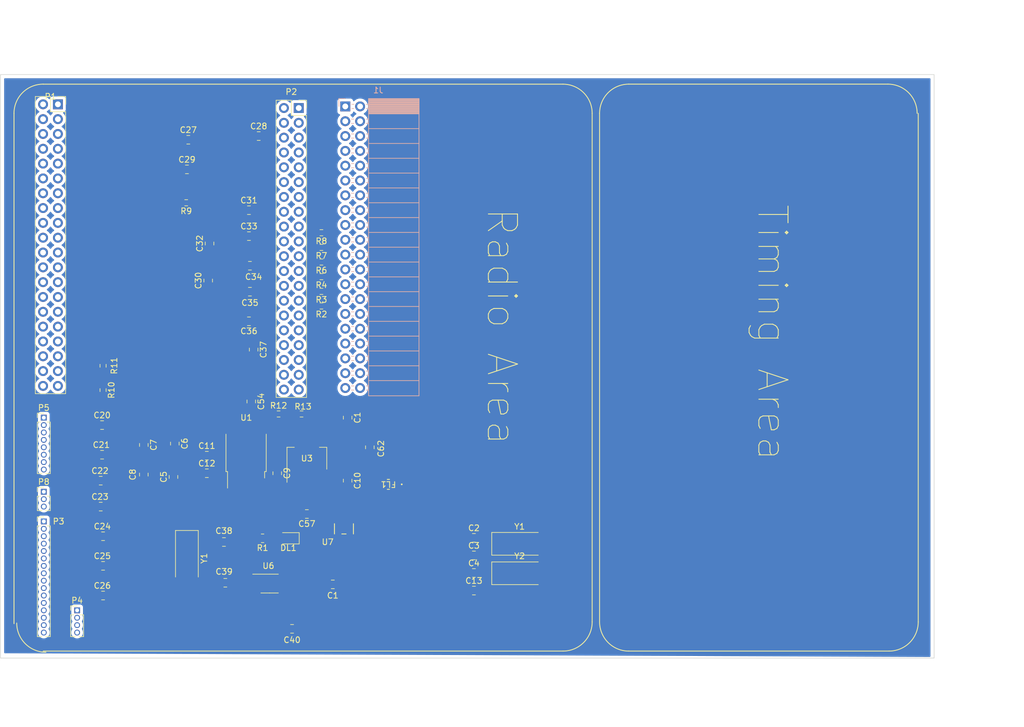
<source format=kicad_pcb>
(kicad_pcb (version 20221018) (generator pcbnew)
  (layers (0 "F.Cu" signal) (1 "In1.Cu" signal) (2 "In2.Cu" signal) (31 "B.Cu" signal) (34 "B.Paste" user) (35 "F.Paste" user) (36 "B.SilkS" user "B.Silkscreen") (37 "F.SilkS" user "F.Silkscreen") (38 "B.Mask" user) (39 "F.Mask" user) (44 "Edge.Cuts" user))
  (net 0 "")
  (net 1 "GND")
  (net 2 "VDD")
  (net 3 "+1V8")
  (net 4 "Net-(P3-Pin_4)")
  (net 5 "Net-(P3-Pin_2)")
  (net 6 "Net-(U3-VI)")
  (net 7 "Net-(P3-Pin_3)")
  (net 8 "Net-(P3-Pin_10)")
  (net 9 "ATT DATA")
  (net 10 "ATT CLK")
  (net 11 "ATT LE")
  (net 12 "Net-(P3-Pin_15)")
  (net 13 "Net-(P3-Pin_16)")
  (net 14 "XB")
  (net 15 "XA")
  (net 16 "Net-(U6-VDDO)")
  (net 17 "Net-(P3-Pin_5)")
  (net 58 "GPIO29")
  (net 59 "D15")
  (net 60 "GPIO28")
  (net 61 "D14")
  (net 62 "GPIO27")
  (net 63 "D13")
  (net 64 "GPIO26")
  (net 65 "D12")
  (net 66 "GPIO25")
  (net 67 "D11")
  (net 68 "GPIO24")
  (net 69 "D10")
  (net 70 "GPIO23")
  (net 71 "D9")
  (net 72 "GPIO22")
  (net 73 "D8")
  (net 74 "GPIO21")
  (net 75 "D7")
  (net 76 "GPIO20")
  (net 77 "D6")
  (net 78 "GPIO19")
  (net 79 "D5")
  (net 80 "GPIO18")
  (net 81 "D4")
  (net 82 "GPIO17")
  (net 83 "D3")
  (net 84 "D2")
  (net 85 "PCLK")
  (net 86 "D1")
  (net 87 "D0")
  (net 88 "I2C SDA")
  (net 89 "I2C SCL")
  (net 90 "+5C")
  (net 95 "Net-(U7-IN)")
  (net 96 "REF CLK")
  (net 97 "CLK0")
  (net 98 "CLK_Option")
  (net 99 "Net-(DL1-A)")
  (net 101 "Net-(J2-Pin_39)")
  (net 102 "Net-(J1-Pin_39)")
  (footprint "Capacitor_SMD:C_0805_2012Metric_Pad1.18x1.45mm_HandSolder" (layer "F.Cu") (at 102.2275 122.91)
    (fp_text reference "C39" (at -0.21 -1.905) (layer "F.SilkS"))
    (fp_text value "? pF")
    (pad "1" smd roundrect (at -1.0375 0) (size 1.175 1.45) (layers "F.Cu" "F.Paste" "F.Mask") (roundrect_rratio 0.212766) (net 15 "XA"))
    (pad "2" smd roundrect (at 1.0375 0) (size 1.175 1.45) (layers "F.Cu" "F.Paste" "F.Mask") (roundrect_rratio 0.212766) (net 1 "GND"))
  )
  (footprint "MPZ2012S601AT000:IND_2012_TDK" (layer "F.Cu") (at 130.175 106.045 180)
    (fp_text reference "FL1" (at 0 0 180 unlocked) (layer "F.SilkS"))
    (fp_text value "MPZ2012S601AT")
    (pad "1" smd rect (at -0.975 0 180) (size 0.95 1.45) (layers "F.Cu" "F.Paste" "F.Mask") (net 95 "Net-(U7-IN)"))
    (pad "2" smd rect (at 0.975 0 180) (size 0.95 1.45) (layers "F.Cu" "F.Paste" "F.Mask") (net 1 "GND"))
  )
  (footprint "Capacitor_SMD:C_0805_2012Metric_Pad1.18x1.45mm_HandSolder" (layer "F.Cu") (at 113.665 130.81 180)
    (fp_text reference "C40" (at 0 -1.905) (layer "F.SilkS"))
    (fp_text value "1 nF")
    (pad "1" smd roundrect (at -1.0375 0 180) (size 1.175 1.45) (layers "F.Cu" "F.Paste" "F.Mask") (roundrect_rratio 0.212766) (net 1 "GND"))
    (pad "2" smd roundrect (at 1.0375 0 180) (size 1.175 1.45) (layers "F.Cu" "F.Paste" "F.Mask") (roundrect_rratio 0.212766) (net 16 "Net-(U6-VDDO)"))
  )
  (footprint "Capacitor_SMD:C_0805_2012Metric_Pad1.18x1.45mm_HandSolder" (layer "F.Cu") (at 95.885 46.99)
    (fp_text reference "C27" (at 0 -1.68) (layer "F.SilkS"))
    (fp_text value "100pf")
    (pad "1" smd roundrect (at -1.0375 0) (size 1.175 1.45) (layers "F.Cu" "F.Paste" "F.Mask") (roundrect_rratio 0.212766) (net 5 "Net-(P3-Pin_2)"))
    (pad "2" smd roundrect (at 1.0375 0) (size 1.175 1.45) (layers "F.Cu" "F.Paste" "F.Mask") (roundrect_rratio 0.212766) (net 1 "GND"))
  )
  (footprint "Package_TO_SOT_SMD:SOT-223-3_TabPin2" (layer "F.Cu") (at 116.205 101.6 90)
    (fp_text reference "U3" (at 0 0) (layer "F.SilkS"))
    (fp_text value "AP7361C-33E")
    (pad "1" smd rect (at -3.15 -2.3 90) (size 2 1.5) (layers "F.Cu" "F.Paste" "F.Mask") (net 6 "Net-(U3-VI)"))
    (pad "2" smd rect (at -3.15 0 90) (size 2 1.5) (layers "F.Cu" "F.Paste" "F.Mask") (net 1 "GND"))
    (pad "2" smd rect (at 3.15 0 90) (size 2 3.8) (layers "F.Cu" "F.Paste" "F.Mask") (net 1 "GND"))
    (pad "3" smd rect (at -3.15 2.3 90) (size 2 1.5) (layers "F.Cu" "F.Paste" "F.Mask") (net 2 "VDD"))
  )
  (footprint "Capacitor_SMD:C_0805_2012Metric_Pad1.18x1.45mm_HandSolder" (layer "F.Cu") (at 99.06 101.13)
    (fp_text reference "C11" (at 0 -1.68) (layer "F.SilkS"))
    (fp_text value "100nF")
    (pad "1" smd roundrect (at -1.0375 0) (size 1.175 1.45) (layers "F.Cu" "F.Paste" "F.Mask") (roundrect_rratio 0.212766) (net 2 "VDD"))
    (pad "2" smd roundrect (at 1.0375 0) (size 1.175 1.45) (layers "F.Cu" "F.Paste" "F.Mask") (roundrect_rratio 0.212766) (net 1 "GND"))
  )
  (footprint "Connector_PinHeader_1.27mm:PinHeader_1x16_P1.27mm_Vertical" (layer "F.Cu") (at 71.12 112.395)
    (fp_text reference "P3" (at 2.54 0) (layer "F.SilkS"))
    (fp_text value "Conn_01x16" hide)
    (pad "1" thru_hole rect (at 0 0) (size 1 1) (drill 0.65) (layers "*.Cu" "*.Mask") (net 90 "+5C"))
    (pad "2" thru_hole oval (at 0 1.27) (size 1 1) (drill 0.65) (layers "*.Cu" "*.Mask") (net 5 "Net-(P3-Pin_2)"))
    (pad "3" thru_hole oval (at 0 2.54) (size 1 1) (drill 0.65) (layers "*.Cu" "*.Mask") (net 7 "Net-(P3-Pin_3)"))
    (pad "4" thru_hole oval (at 0 3.81) (size 1 1) (drill 0.65) (layers "*.Cu" "*.Mask") (net 4 "Net-(P3-Pin_4)"))
    (pad "5" thru_hole oval (at 0 5.08) (size 1 1) (drill 0.65) (layers "*.Cu" "*.Mask") (net 17 "Net-(P3-Pin_5)"))
    (pad "6" thru_hole oval (at 0 6.35) (size 1 1) (drill 0.65) (layers "*.Cu" "*.Mask") (net 9 "ATT DATA"))
    (pad "7" thru_hole oval (at 0 7.62) (size 1 1) (drill 0.65) (layers "*.Cu" "*.Mask") (net 10 "ATT CLK"))
    (pad "8" thru_hole oval (at 0 8.89) (size 1 1) (drill 0.65) (layers "*.Cu" "*.Mask") (net 11 "ATT LE"))
    (pad "9" thru_hole oval (at 0 10.16) (size 1 1) (drill 0.65) (layers "*.Cu" "*.Mask") (net 17 "Net-(P3-Pin_5)"))
    (pad "10" thru_hole oval (at 0 11.43) (size 1 1) (drill 0.65) (layers "*.Cu" "*.Mask") (net 8 "Net-(P3-Pin_10)"))
    (pad "11" thru_hole oval (at 0 12.7) (size 1 1) (drill 0.65) (layers "*.Cu" "*.Mask") (net 1 "GND"))
    (pad "12" thru_hole oval (at 0 13.97) (size 1 1) (drill 0.65) (layers "*.Cu" "*.Mask"))
    (pad "13" thru_hole oval (at 0 15.24) (size 1 1) (drill 0.65) (layers "*.Cu" "*.Mask"))
    (pad "14" thru_hole oval (at 0 16.51) (size 1 1) (drill 0.65) (layers "*.Cu" "*.Mask") (net 1 "GND"))
    (pad "15" thru_hole oval (at 0 17.78) (size 1 1) (drill 0.65) (layers "*.Cu" "*.Mask") (net 12 "Net-(P3-Pin_15)"))
    (pad "16" thru_hole oval (at 0 19.05) (size 1 1) (drill 0.65) (layers "*.Cu" "*.Mask") (net 13 "Net-(P3-Pin_16)"))
  )
  (footprint "Capacitor_SMD:C_0805_2012Metric_Pad1.18x1.45mm_HandSolder" (layer "F.Cu") (at 144.8325 121.235)
    (fp_text reference "C4" (at 0 -1.68) (layer "F.SilkS"))
    (fp_text value "? pF")
    (pad "1" smd roundrect (at -1.0375 0) (size 1.175 1.45) (layers "F.Cu" "F.Paste" "F.Mask") (roundrect_rratio 0.212766) (net 1 "GND"))
    (pad "2" smd roundrect (at 1.0375 0) (size 1.175 1.45) (layers "F.Cu" "F.Paste" "F.Mask") (roundrect_rratio 0.212766) (net 14 "XB"))
  )
  (footprint "Capacitor_SMD:C_0805_2012Metric_Pad1.18x1.45mm_HandSolder" (layer "F.Cu") (at 99.2925 71.12 90)
    (fp_text reference "C30" (at 0 -1.68 90) (layer "F.SilkS"))
    (fp_text value "100pf")
    (pad "1" smd roundrect (at -1.0375 0 90) (size 1.175 1.45) (layers "F.Cu" "F.Paste" "F.Mask") (roundrect_rratio 0.212766) (net 17 "Net-(P3-Pin_5)"))
    (pad "2" smd roundrect (at 1.0375 0 90) (size 1.175 1.45) (layers "F.Cu" "F.Paste" "F.Mask") (roundrect_rratio 0.212766) (net 1 "GND"))
  )
  (footprint "Capacitor_SMD:C_0805_2012Metric_Pad1.18x1.45mm_HandSolder" (layer "F.Cu") (at 80.8775 109.855)
    (fp_text reference "C23" (at -0.1275 -1.68) (layer "F.SilkS"))
    (fp_text value "100pf")
    (pad "1" smd roundrect (at -1.0375 0) (size 1.175 1.45) (layers "F.Cu" "F.Paste" "F.Mask") (roundrect_rratio 0.212766) (net 17 "Net-(P3-Pin_5)"))
    (pad "2" smd roundrect (at 1.0375 0) (size 1.175 1.45) (layers "F.Cu" "F.Paste" "F.Mask") (roundrect_rratio 0.212766) (net 1 "GND"))
  )
  (footprint "Crystal:Crystal_SMD_0603-2Pin_6.0x3.5mm_HandSoldering" (layer "F.Cu") (at 152.6625 116.235)
    (fp_text reference "Y1" (at 0 -2.95) (layer "F.SilkS"))
    (fp_text value "27 MHz")
    (pad "1" smd rect (at -2.9125 0) (size 3.325 2.5) (layers "F.Cu" "F.Paste" "F.Mask") (net 14 "XB"))
    (pad "2" smd rect (at 2.9125 0) (size 3.325 2.5) (layers "F.Cu" "F.Paste" "F.Mask") (net 15 "XA"))
  )
  (footprint "Capacitor_SMD:C_0805_2012Metric_Pad1.18x1.45mm_HandSolder" (layer "F.Cu") (at 120.65 123.19 180)
    (fp_text reference "C1" (at 0 -1.905) (layer "F.SilkS"))
    (fp_text value "0.1uF")
    (pad "1" smd roundrect (at -1.0375 0 180) (size 1.175 1.45) (layers "F.Cu" "F.Paste" "F.Mask") (roundrect_rratio 0.212766) (net 101 "Net-(J2-Pin_39)"))
    (pad "2" smd roundrect (at 1.0375 0 180) (size 1.175 1.45) (layers "F.Cu" "F.Paste" "F.Mask") (roundrect_rratio 0.212766) (net 1 "GND"))
  )
  (footprint "Capacitor_SMD:C_0805_2012Metric_Pad1.18x1.45mm_HandSolder" (layer "F.Cu") (at 80.8775 105.41)
    (fp_text reference "C22" (at -0.1275 -1.68) (layer "F.SilkS"))
    (fp_text value "100pf")
    (pad "1" smd roundrect (at -1.0375 0) (size 1.175 1.45) (layers "F.Cu" "F.Paste" "F.Mask") (roundrect_rratio 0.212766) (net 5 "Net-(P3-Pin_2)"))
    (pad "2" smd roundrect (at 1.0375 0) (size 1.175 1.45) (layers "F.Cu" "F.Paste" "F.Mask") (roundrect_rratio 0.212766) (net 1 "GND"))
  )
  (footprint "Resistor_SMD:R_0603_1608Metric_Pad0.98x0.95mm_HandSolder" (layer "F.Cu") (at 118.7 75.475 180)
    (fp_text reference "R2" (at 0 -1.43) (layer "F.SilkS"))
    (fp_text value "1k")
    (pad "1" smd roundrect (at -0.9125 0 180) (size 0.975 0.95) (layers "F.Cu" "F.Paste" "F.Mask") (net 78 "GPIO19"))
    (pad "2" smd roundrect (at 0.9125 0 180) (size 0.975 0.95) (layers "F.Cu" "F.Paste" "F.Mask") (net 8 "Net-(P3-Pin_10)"))
  )
  (footprint "Capacitor_SMD:C_0805_2012Metric_Pad1.18x1.45mm_HandSolder" (layer "F.Cu") (at 81.28 120.015)
    (fp_text reference "C25" (at -0.1275 -1.68) (layer "F.SilkS"))
    (fp_text value "100pf")
    (pad "1" smd roundrect (at -1.0375 0) (size 1.175 1.45) (layers "F.Cu" "F.Paste" "F.Mask") (roundrect_rratio 0.212766) (net 17 "Net-(P3-Pin_5)"))
    (pad "2" smd roundrect (at 1.0375 0) (size 1.175 1.45) (layers "F.Cu" "F.Paste" "F.Mask") (roundrect_rratio 0.212766) (net 1 "GND"))
  )
  (footprint "Connector_PinHeader_1.27mm:PinHeader_1x04_P1.27mm_Vertical" (layer "F.Cu") (at 76.835 127.635)
    (fp_text reference "P4" (at 0 -1.695) (layer "F.SilkS"))
    (fp_text value "Conn_01x04" hide)
    (pad "1" thru_hole rect (at 0 0) (size 1 1) (drill 0.65) (layers "*.Cu" "*.Mask") (net 12 "Net-(P3-Pin_15)"))
    (pad "2" thru_hole oval (at 0 1.27) (size 1 1) (drill 0.65) (layers "*.Cu" "*.Mask") (net 13 "Net-(P3-Pin_16)"))
    (pad "3" thru_hole oval (at 0 2.54) (size 1 1) (drill 0.65) (layers "*.Cu" "*.Mask"))
    (pad "4" thru_hole oval (at 0 3.81) (size 1 1) (drill 0.65) (layers "*.Cu" "*.Mask") (net 1 "GND"))
  )
  (footprint "Capacitor_SMD:C_0805_2012Metric_Pad1.18x1.45mm_HandSolder" (layer "F.Cu") (at 99.06 104.14)
    (fp_text reference "C12" (at 0 -1.68) (layer "F.SilkS"))
    (fp_text value "1uF")
    (pad "1" smd roundrect (at -1.0375 0) (size 1.175 1.45) (layers "F.Cu" "F.Paste" "F.Mask") (roundrect_rratio 0.212766) (net 2 "VDD"))
    (pad "2" smd roundrect (at 1.0375 0) (size 1.175 1.45) (layers "F.Cu" "F.Paste" "F.Mask") (roundrect_rratio 0.212766) (net 1 "GND"))
  )
  (footprint "Connector_PinSocket_2.54mm:PinSocket_2x20_P2.54mm_Vertical" (layer "F.Cu") (at 114.8125 41.55)
    (fp_text reference "P2" (at -1.27 -2.77) (layer "F.SilkS"))
    (fp_text value "2x20-Odd/Even" hide)
    (pad "1" thru_hole rect (at 0 0) (size 1.7 1.7) (drill 1) (layers "*.Cu" "*.Mask"))
    (pad "2" thru_hole oval (at -2.54 0) (size 1.7 1.7) (drill 1) (layers "*.Cu" "*.Mask"))
    (pad "3" thru_hole oval (at 0 2.54) (size 1.7 1.7) (drill 1) (layers "*.Cu" "*.Mask") (net 90 "+5C"))
    (pad "4" thru_hole oval (at -2.54 2.54) (size 1.7 1.7) (drill 1) (layers "*.Cu" "*.Mask") (net 90 "+5C"))
    (pad "5" thru_hole oval (at 0 5.08) (size 1.7 1.7) (drill 1) (layers "*.Cu" "*.Mask") (net 1 "GND"))
    (pad "6" thru_hole oval (at -2.54 5.08) (size 1.7 1.7) (drill 1) (layers "*.Cu" "*.Mask") (net 1 "GND"))
    (pad "7" thru_hole oval (at 0 7.62) (size 1.7 1.7) (drill 1) (layers "*.Cu" "*.Mask") (net 58 "GPIO29"))
    (pad "8" thru_hole oval (at -2.54 7.62) (size 1.7 1.7) (drill 1) (layers "*.Cu" "*.Mask") (net 59 "D15"))
    (pad "9" thru_hole oval (at 0 10.16) (size 1.7 1.7) (drill 1) (layers "*.Cu" "*.Mask") (net 60 "GPIO28"))
    (pad "10" thru_hole oval (at -2.54 10.16) (size 1.7 1.7) (drill 1) (layers "*.Cu" "*.Mask") (net 61 "D14"))
    (pad "11" thru_hole oval (at 0 12.7) (size 1.7 1.7) (drill 1) (layers "*.Cu" "*.Mask") (net 62 "GPIO27"))
    (pad "12" thru_hole oval (at -2.54 12.7) (size 1.7 1.7) (drill 1) (layers "*.Cu" "*.Mask") (net 63 "D13"))
    (pad "13" thru_hole oval (at 0 15.24) (size 1.7 1.7) (drill 1) (layers "*.Cu" "*.Mask") (net 64 "GPIO26"))
    (pad "14" thru_hole oval (at -2.54 15.24) (size 1.7 1.7) (drill 1) (layers "*.Cu" "*.Mask") (net 65 "D12"))
    (pad "15" thru_hole oval (at 0 17.78) (size 1.7 1.7) (drill 1) (layers "*.Cu" "*.Mask") (net 66 "GPIO25"))
    (pad "16" thru_hole oval (at -2.54 17.78) (size 1.7 1.7) (drill 1) (layers "*.Cu" "*.Mask") (net 67 "D11"))
    (pad "17" thru_hole oval (at 0 20.32) (size 1.7 1.7) (drill 1) (layers "*.Cu" "*.Mask") (net 68 "GPIO24"))
    (pad "18" thru_hole oval (at -2.54 20.32) (size 1.7 1.7) (drill 1) (layers "*.Cu" "*.Mask") (net 69 "D10"))
    (pad "19" thru_hole oval (at 0 22.86) (size 1.7 1.7) (drill 1) (layers "*.Cu" "*.Mask") (net 70 "GPIO23"))
    (pad "20" thru_hole oval (at -2.54 22.86) (size 1.7 1.7) (drill 1) (layers "*.Cu" "*.Mask") (net 71 "D9"))
    (pad "21" thru_hole oval (at 0 25.4) (size 1.7 1.7) (drill 1) (layers "*.Cu" "*.Mask") (net 72 "GPIO22"))
    (pad "22" thru_hole oval (at -2.54 25.4) (size 1.7 1.7) (drill 1) (layers "*.Cu" "*.Mask") (net 73 "D8"))
    (pad "23" thru_hole oval (at 0 27.94) (size 1.7 1.7) (drill 1) (layers "*.Cu" "*.Mask") (net 74 "GPIO21"))
    (pad "24" thru_hole oval (at -2.54 27.94) (size 1.7 1.7) (drill 1) (layers "*.Cu" "*.Mask") (net 75 "D7"))
    (pad "25" thru_hole oval (at 0 30.48) (size 1.7 1.7) (drill 1) (layers "*.Cu" "*.Mask") (net 76 "GPIO20"))
    (pad "26" thru_hole oval (at -2.54 30.48) (size 1.7 1.7) (drill 1) (layers "*.Cu" "*.Mask") (net 77 "D6"))
    (pad "27" thru_hole oval (at 0 33.02) (size 1.7 1.7) (drill 1) (layers "*.Cu" "*.Mask") (net 78 "GPIO19"))
    (pad "28" thru_hole oval (at -2.54 33.02) (size 1.7 1.7) (drill 1) (layers "*.Cu" "*.Mask") (net 79 "D5"))
    (pad "29" thru_hole oval (at 0 35.56) (size 1.7 1.7) (drill 1) (layers "*.Cu" "*.Mask") (net 80 "GPIO18"))
    (pad "30" thru_hole oval (at -2.54 35.56) (size 1.7 1.7) (drill 1) (layers "*.Cu" "*.Mask") (net 81 "D4"))
    (pad "31" thru_hole oval (at 0 38.1) (size 1.7 1.7) (drill 1) (layers "*.Cu" "*.Mask") (net 82 "GPIO17"))
    (pad "32" thru_hole oval (at -2.54 38.1) (size 1.7 1.7) (drill 1) (layers "*.Cu" "*.Mask") (net 83 "D3"))
    (pad "33" thru_hole oval (at 0 40.64) (size 1.7 1.7) (drill 1) (layers "*.Cu" "*.Mask") (net 1 "GND"))
    (pad "34" thru_hole oval (at -2.54 40.64) (size 1.7 1.7) (drill 1) (layers "*.Cu" "*.Mask") (net 84 "D2"))
    (pad "35" thru_hole oval (at 0 43.18) (size 1.7 1.7) (drill 1) (layers "*.Cu" "*.Mask") (net 85 "PCLK"))
    (pad "36" thru_hole oval (at -2.54 43.18) (size 1.7 1.7) (drill 1) (layers "*.Cu" "*.Mask") (net 86 "D1"))
    (pad "37" thru_hole oval (at 0 45.72) (size 1.7 1.7) (drill 1) (layers "*.Cu" "*.Mask") (net 1 "GND"))
    (pad "38" thru_hole oval (at -2.54 45.72) (size 1.7 1.7) (drill 1) (layers "*.Cu" "*.Mask") (net 87 "D0"))
    (pad "39" thru_hole oval (at 0 48.26) (size 1.7 1.7) (drill 1) (layers "*.Cu" "*.Mask") (net 88 "I2C SDA"))
    (pad "40" thru_hole oval (at -2.54 48.26) (size 1.7 1.7) (drill 1) (layers "*.Cu" "*.Mask") (net 89 "I2C SCL"))
  )
  (footprint "Diode_SMD:D_0805_2012Metric_Pad1.15x1.40mm_HandSolder" (layer "F.Cu") (at 113.035 115.29 180)
    (fp_text reference "DL1" (at 0 -1.65) (layer "F.SilkS"))
    (fp_text value "Power")
    (pad "1" smd roundrect (at -1.025 0 180) (size 1.15 1.4) (layers "F.Cu" "F.Paste" "F.Mask") (roundrect_rratio 0.217391) (net 1 "GND"))
    (pad "2" smd roundrect (at 1.025 0 180) (size 1.15 1.4) (layers "F.Cu" "F.Paste" "F.Mask") (roundrect_rratio 0.217391) (net 99 "Net-(DL1-A)"))
  )
  (footprint "Capacitor_SMD:C_0805_2012Metric_Pad1.18x1.45mm_HandSolder" (layer "F.Cu") (at 123.19 94.615 -90)
    (fp_text reference "C1" (at 0 -1.68 90) (layer "F.SilkS"))
    (fp_text value "0.1uF")
    (pad "1" smd roundrect (at -1.0375 0 270) (size 1.175 1.45) (layers "F.Cu" "F.Paste" "F.Mask") (roundrect_rratio 0.212766) (net 102 "Net-(J1-Pin_39)"))
    (pad "2" smd roundrect (at 1.0375 0 270) (size 1.175 1.45) (layers "F.Cu" "F.Paste" "F.Mask") (roundrect_rratio 0.212766) (net 1 "GND"))
  )
  (footprint "Resistor_SMD:R_0603_1608Metric_Pad0.98x0.95mm_HandSolder" (layer "F.Cu") (at 81.28 89.8925 -90)
    (fp_text reference "R10" (at 0 -1.43 90) (layer "F.SilkS"))
    (fp_text value "1k")
    (pad "1" smd roundrect (at -0.9125 0 270) (size 0.975 0.95) (layers "F.Cu" "F.Paste" "F.Mask") (net 64 "GPIO26"))
    (pad "2" smd roundrect (at 0.9125 0 270) (size 0.975 0.95) (layers "F.Cu" "F.Paste" "F.Mask") (net 7 "Net-(P3-Pin_3)"))
  )
  (footprint "Package_TO_SOT_SMD:TO-252-3_TabPin2" (layer "F.Cu") (at 105.79 100.55 90)
    (fp_text reference "U1" (at 5.935 0.035) (layer "F.SilkS"))
    (fp_text value "AMS1117CD-1.8")
    (pad "1" smd roundrect (at -5.04 -2.28 90) (size 2.2 1.2) (layers "F.Cu" "F.Paste" "F.Mask") (roundrect_rratio 0.208333) (net 1 "GND"))
    (pad "2" smd roundrect (at -5.04 0 90) (size 2.2 1.2) (layers "F.Cu" "F.Paste" "F.Mask") (roundrect_rratio 0.208333) (net 3 "+1V8"))
    (pad "2" smd roundrect (at -0.415 -1.525 90) (size 3.05 2.75) (layers "F.Cu" "F.Paste") (roundrect_rratio 0.090909) (net 3 "+1V8"))
    (pad "2" smd roundrect (at -0.415 1.525 90) (size 3.05 2.75) (layers "F.Cu" "F.Paste") (roundrect_rratio 0.090909) (net 3 "+1V8"))
    (pad "2" smd roundrect (at 1.26 0 90) (size 6.4 5.8) (layers "F.Cu" "F.Mask") (roundrect_rratio 0.043103) (net 3 "+1V8"))
    (pad "2" smd roundrect (at 2.935 -1.525 90) (size 3.05 2.75) (layers "F.Cu" "F.Paste") (roundrect_rratio 0.090909) (net 3 "+1V8"))
    (pad "2" smd roundrect (at 2.935 1.525 90) (size 3.05 2.75) (layers "F.Cu" "F.Paste") (roundrect_rratio 0.090909) (net 3 "+1V8"))
    (pad "3" smd roundrect (at -5.04 2.28 90) (size 2.2 1.2) (layers "F.Cu" "F.Paste" "F.Mask") (roundrect_rratio 0.208333) (net 2 "VDD"))
  )
  (footprint "Capacitor_SMD:C_0805_2012Metric_Pad1.18x1.45mm_HandSolder" (layer "F.Cu") (at 81.28 125.095)
    (fp_text reference "C26" (at -0.1275 -1.68) (layer "F.SilkS"))
    (fp_text value "100pf")
    (pad "1" smd roundrect (at -1.0375 0) (size 1.175 1.45) (layers "F.Cu" "F.Paste" "F.Mask") (roundrect_rratio 0.212766) (net 8 "Net-(P3-Pin_10)"))
    (pad "2" smd roundrect (at 1.0375 0) (size 1.175 1.45) (layers "F.Cu" "F.Paste" "F.Mask") (roundrect_rratio 0.212766) (net 1 "GND"))
  )
  (footprint "Resistor_SMD:R_0603_1608Metric_Pad0.98x0.95mm_HandSolder" (layer "F.Cu") (at 111.3575 93.98)
    (fp_text reference "R12" (at 0 -1.43) (layer "F.SilkS"))
    (fp_text value "100")
    (pad "1" smd roundrect (at -0.9125 0) (size 0.975 0.95) (layers "F.Cu" "F.Paste" "F.Mask") (net 89 "I2C SCL"))
    (pad "2" smd roundrect (at 0.9125 0) (size 0.975 0.95) (layers "F.Cu" "F.Paste" "F.Mask") (net 13 "Net-(P3-Pin_16)"))
  )
  (footprint "Capacitor_SMD:C_0805_2012Metric_Pad1.18x1.45mm_HandSolder" (layer "F.Cu") (at 144.8325 124.245)
    (fp_text reference "C13" (at 0 -1.68) (layer "F.SilkS"))
    (fp_text value "? pF")
    (pad "1" smd roundrect (at -1.0375 0) (size 1.175 1.45) (layers "F.Cu" "F.Paste" "F.Mask") (roundrect_rratio 0.212766) (net 15 "XA"))
    (pad "2" smd roundrect (at 1.0375 0) (size 1.175 1.45) (layers "F.Cu" "F.Paste" "F.Mask") (roundrect_rratio 0.212766) (net 1 "GND"))
  )
  (footprint "NCP360SNT1G:TSOP5_3X1P5_ONS" (layer "F.Cu") (at 122.555 113.665 -90)
    (fp_text reference "U7" (at 2.26 2.78 unlocked) (layer "F.SilkS"))
    (fp_text value "NCP360SNT1G")
    (pad "1" smd rect (at -1.30175 -0.9398 270) (size 1.1049 0.508) (layers "F.Cu" "F.Paste" "F.Mask") (net 95 "Net-(U7-IN)"))
    (pad "2" smd rect (at -1.30175 0 270) (size 1.1049 0.508) (layers "F.Cu" "F.Paste" "F.Mask") (net 1 "GND"))
    (pad "3" smd rect (at -1.30175 0.9398 270) (size 1.1049 0.508) (layers "F.Cu" "F.Paste" "F.Mask") (net 1 "GND"))
    (pad "4" smd rect (at 1.30175 0.9525 270) (size 1.1049 0.508) (layers "F.Cu" "F.Paste" "F.Mask"))
    (pad "5" smd rect (at 1.30175 -0.9525 270) (size 1.1049 0.508) (layers "F.Cu" "F.Paste" "F.Mask") (net 6 "Net-(U3-VI)"))
  )
  (footprint "Capacitor_SMD:C_0805_2012Metric_Pad1.18x1.45mm_HandSolder" (layer "F.Cu") (at 111.125 104.14 -90)
    (fp_text reference "C9" (at 0 -1.68 90) (layer "F.SilkS"))
    (fp_text value "10uF")
    (pad "1" smd roundrect (at -1.0375 0 270) (size 1.175 1.45) (layers "F.Cu" "F.Paste" "F.Mask") (roundrect_rratio 0.212766) (net 6 "Net-(U3-VI)"))
    (pad "2" smd roundrect (at 1.0375 0 270) (size 1.175 1.45) (layers "F.Cu" "F.Paste" "F.Mask") (roundrect_rratio 0.212766) (net 1 "GND"))
  )
  (footprint "Capacitor_SMD:C_0805_2012Metric_Pad1.18x1.45mm_HandSolder" (layer "F.Cu") (at 106.4475 68.58)
    (fp_text reference "C34" (at 0.635 1.905) (layer "F.SilkS"))
    (fp_text value "100pf")
    (pad "1" smd roundrect (at -1.0375 0) (size 1.175 1.45) (layers "F.Cu" "F.Paste" "F.Mask") (roundrect_rratio 0.212766) (net 17 "Net-(P3-Pin_5)"))
    (pad "2" smd roundrect (at 1.0375 0) (size 1.175 1.45) (layers "F.Cu" "F.Paste" "F.Mask") (roundrect_rratio 0.212766) (net 1 "GND"))
  )
  (footprint "Capacitor_SMD:C_0805_2012Metric_Pad1.18x1.45mm_HandSolder" (layer "F.Cu") (at 127 99.695 90)
    (fp_text reference "C62" (at -0.2325 1.905 90) (layer "F.SilkS"))
    (fp_text value "1u")
    (pad "1" smd roundrect (at -1.0375 0 90) (size 1.175 1.45) (layers "F.Cu" "F.Paste" "F.Mask") (roundrect_rratio 0.212766) (net 6 "Net-(U3-VI)"))
    (pad "2" smd roundrect (at 1.0375 0 90) (size 1.175 1.45) (layers "F.Cu" "F.Paste" "F.Mask") (roundrect_rratio 0.212766) (net 1 "GND"))
  )
  (footprint "Resistor_SMD:R_0603_1608Metric_Pad0.98x0.95mm_HandSolder" (layer "F.Cu") (at 81.28 85.725 90)
    (fp_text reference "R11" (at 0 1.905 90) (layer "F.SilkS"))
    (fp_text value "1k")
    (pad "1" smd roundrect (at -0.9125 0 90) (size 0.975 0.95) (layers "F.Cu" "F.Paste" "F.Mask") (net 62 "GPIO27"))
    (pad "2" smd roundrect (at 0.9125 0 90) (size 0.975 0.95) (layers "F.Cu" "F.Paste" "F.Mask") (net 5 "Net-(P3-Pin_2)"))
  )
  (footprint "Capacitor_SMD:C_0805_2012Metric_Pad1.18x1.45mm_HandSolder" (layer "F.Cu") (at 107.95 46.355)
    (fp_text reference "C28" (at 0 -1.68) (layer "F.SilkS"))
    (fp_text value "100pf")
    (pad "1" smd roundrect (at -1.0375 0) (size 1.175 1.45) (layers "F.Cu" "F.Paste" "F.Mask") (roundrect_rratio 0.212766) (net 7 "Net-(P3-Pin_3)"))
    (pad "2" smd roundrect (at 1.0375 0) (size 1.175 1.45) (layers "F.Cu" "F.Paste" "F.Mask") (roundrect_rratio 0.212766) (net 1 "GND"))
  )
  (footprint "Resistor_SMD:R_0805_2012Metric_Pad1.20x1.40mm_HandSolder" (layer "F.Cu") (at 108.615 115.29 180)
    (fp_text reference "R1" (at 0 -1.65) (layer "F.SilkS"))
    (fp_text value "1k2")
    (pad "1" smd roundrect (at -1 0 180) (size 1.2 1.4) (layers "F.Cu" "F.Paste" "F.Mask") (roundrect_rratio 0.208333) (net 99 "Net-(DL1-A)"))
    (pad "2" smd roundrect (at 1 0 180) (size 1.2 1.4) (layers "F.Cu" "F.Paste" "F.Mask") (roundrect_rratio 0.208333) (net 2 "VDD"))
  )
  (footprint "Capacitor_SMD:C_0805_2012Metric_Pad1.18x1.45mm_HandSolder" (layer "F.Cu") (at 81.11 100.965)
    (fp_text reference "C21" (at -0.1275 -1.68) (layer "F.SilkS"))
    (fp_text value "100pf")
    (pad "1" smd roundrect (at -1.0375 0) (size 1.175 1.45) (layers "F.Cu" "F.Paste" "F.Mask") (roundrect_rratio 0.212766) (net 4 "Net-(P3-Pin_4)"))
    (pad "2" smd roundrect (at 1.0375 0) (size 1.175 1.45) (layers "F.Cu" "F.Paste" "F.Mask") (roundrect_rratio 0.212766) (net 1 "GND"))
  )
  (footprint "Capacitor_SMD:C_0805_2012Metric_Pad1.18x1.45mm_HandSolder" (layer "F.Cu") (at 106.68 91.8425 -90)
    (fp_text reference "C54" (at 0 -1.68 90) (layer "F.SilkS"))
    (fp_text value "100pf")
    (pad "1" smd roundrect (at -1.0375 0 270) (size 1.175 1.45) (layers "F.Cu" "F.Paste" "F.Mask") (roundrect_rratio 0.212766) (net 1 "GND"))
    (pad "2" smd roundrect (at 1.0375 0 270) (size 1.175 1.45) (layers "F.Cu" "F.Paste" "F.Mask") (roundrect_rratio 0.212766) (net 13 "Net-(P3-Pin_16)"))
  )
  (footprint "Capacitor_SMD:C_0805_2012Metric_Pad1.18x1.45mm_HandSolder" (layer "F.Cu") (at 144.8325 118.225)
    (fp_text reference "C3" (at 0 -1.68) (layer "F.SilkS"))
    (fp_text value "? pF")
    (pad "1" smd roundrect (at -1.0375 0) (size 1.175 1.45) (layers "F.Cu" "F.Paste" "F.Mask") (roundrect_rratio 0.212766) (net 15 "XA"))
    (pad "2" smd roundrect (at 1.0375 0) (size 1.175 1.45) (layers "F.Cu" "F.Paste" "F.Mask") (roundrect_rratio 0.212766) (net 1 "GND"))
  )
  (footprint "Capacitor_SMD:C_0805_2012Metric_Pad1.18x1.45mm_HandSolder" (layer "F.Cu") (at 95.6525 52.07)
    (fp_text reference "C29" (at 0 -1.68) (layer "F.SilkS"))
    (fp_text value "100pf")
    (pad "1" smd roundrect (at -1.0375 0) (size 1.175 1.45) (layers "F.Cu" "F.Paste" "F.Mask") (roundrect_rratio 0.212766) (net 4 "Net-(P3-Pin_4)"))
    (pad "2" smd roundrect (at 1.0375 0) (size 1.175 1.45) (layers "F.Cu" "F.Paste" "F.Mask") (roundrect_rratio 0.212766) (net 1 "GND"))
  )
  (footprint "Resistor_SMD:R_0603_1608Metric_Pad0.98x0.95mm_HandSolder" (layer "F.Cu") (at 118.7 72.965 180)
    (fp_text reference "R3" (at 0 -1.43) (layer "F.SilkS"))
    (fp_text value "10k")
    (pad "1" smd roundrect (at -0.9125 0 180) (size 0.975 0.95) (layers "F.Cu" "F.Paste" "F.Mask") (net 76 "GPIO20"))
    (pad "2" smd roundrect (at 0.9125 0 180) (size 0.975 0.95) (layers "F.Cu" "F.Paste" "F.Mask") (net 17 "Net-(P3-Pin_5)"))
  )
  (footprint "Crystal:Crystal_SMD_0603-2Pin_6.0x3.5mm_HandSoldering" (layer "F.Cu") (at 95.645 118.7275 -90)
    (fp_text reference "Y1" (at 0 -2.95 90) (layer "F.SilkS"))
    (fp_text value "27 MHz")
    (pad "1" smd rect (at -2.9125 0 270) (size 3.325 2.5) (layers "F.Cu" "F.Paste" "F.Mask") (net 14 "XB"))
    (pad "2" smd rect (at 2.9125 0 270) (size 3.325 2.5) (layers "F.Cu" "F.Paste" "F.Mask") (net 15 "XA"))
  )
  (footprint "Capacitor_SMD:C_0805_2012Metric_Pad1.18x1.45mm_HandSolder" (layer "F.Cu") (at 106.2775 63.5)
    (fp_text reference "C33" (at 0 -1.68) (layer "F.SilkS"))
    (fp_text value "100pf")
    (pad "1" smd roundrect (at -1.0375 0) (size 1.175 1.45) (layers "F.Cu" "F.Paste" "F.Mask") (roundrect_rratio 0.212766) (net 11 "ATT LE"))
    (pad "2" smd roundrect (at 1.0375 0) (size 1.175 1.45) (layers "F.Cu" "F.Paste" "F.Mask") (roundrect_rratio 0.212766) (net 1 "GND"))
  )
  (footprint "Capacitor_SMD:C_0805_2012Metric_Pad1.18x1.45mm_HandSolder" (layer "F.Cu") (at 93.5775 99.06 -90)
    (fp_text reference "C6" (at 0 -1.68 90) (layer "F.SilkS"))
    (fp_text value "100nF")
    (pad "1" smd roundrect (at -1.0375 0 270) (size 1.175 1.45) (layers "F.Cu" "F.Paste" "F.Mask") (roundrect_rratio 0.212766) (net 3 "+1V8"))
    (pad "2" smd roundrect (at 1.0375 0 270) (size 1.175 1.45) (layers "F.Cu" "F.Paste" "F.Mask") (roundrect_rratio 0.212766) (net 1 "GND"))
  )
  (footprint "Capacitor_SMD:C_0805_2012Metric_Pad1.18x1.45mm_HandSolder" (layer "F.Cu") (at 99.525 64.77 90)
    (fp_text reference "C32" (at 0 -1.68 90) (layer "F.SilkS"))
    (fp_text value "100pf")
    (pad "1" smd roundrect (at -1.0375 0 90) (size 1.175 1.45) (layers "F.Cu" "F.Paste" "F.Mask") (roundrect_rratio 0.212766) (net 10 "ATT CLK"))
    (pad "2" smd roundrect (at 1.0375 0 90) (size 1.175 1.45) (layers "F.Cu" "F.Paste" "F.Mask") (roundrect_rratio 0.212766) (net 1 "GND"))
  )
  (footprint "Resistor_SMD:R_0603_1608Metric_Pad0.98x0.95mm_HandSolder" (layer "F.Cu") (at 118.7 62.925 180)
    (fp_text reference "R8" (at 0 -1.43) (layer "F.SilkS"))
    (fp_text value "1k")
    (pad "1" smd roundrect (at -0.9125 0 180) (size 0.975 0.95) (layers "F.Cu" "F.Paste" "F.Mask") (net 68 "GPIO24"))
    (pad "2" smd roundrect (at 0.9125 0 180) (size 0.975 0.95) (layers "F.Cu" "F.Paste" "F.Mask") (net 17 "Net-(P3-Pin_5)"))
  )
  (footprint "Capacitor_SMD:C_0805_2012Metric_Pad1.18x1.45mm_HandSolder" (layer "F.Cu") (at 101.995 115.925 180)
    (fp_text reference "C38" (at 0 1.905) (layer "F.SilkS"))
    (fp_text value "? pF")
    (pad "1" smd roundrect (at -1.0375 0 180) (size 1.175 1.45) (layers "F.Cu" "F.Paste" "F.Mask") (roundrect_rratio 0.212766) (net 1 "GND"))
    (pad "2" smd roundrect (at 1.0375 0 180) (size 1.175 1.45) (layers "F.Cu" "F.Paste" "F.Mask") (roundrect_rratio 0.212766) (net 14 "XB"))
  )
  (footprint "Connector_PinSocket_2.54mm:PinSocket_2x20_P2.54mm_Vertical" (layer "F.Cu") (at 73.5375 40.915)
    (fp_text reference "P1" (at -1.27 -1.33) (layer "F.SilkS"))
    (fp_text value "2x20-Odd/Even" hide)
    (pad "1" thru_hole rect (at 0 0) (size 1.7 1.7) (drill 1) (layers "*.Cu" "*.Mask"))
    (pad "2" thru_hole oval (at -2.54 0) (size 1.7 1.7) (drill 1) (layers "*.Cu" "*.Mask"))
    (pad "3" thru_hole oval (at 0 2.54) (size 1.7 1.7) (drill 1) (layers "*.Cu" "*.Mask"))
    (pad "4" thru_hole oval (at -2.54 2.54) (size 1.7 1.7) (drill 1) (layers "*.Cu" "*.Mask"))
    (pad "5" thru_hole oval (at 0 5.08) (size 1.7 1.7) (drill 1) (layers "*.Cu" "*.Mask"))
    (pad "6" thru_hole oval (at -2.54 5.08) (size 1.7 1.7) (drill 1) (layers "*.Cu" "*.Mask"))
    (pad "7" thru_hole oval (at 0 7.62) (size 1.7 1.7) (drill 1) (layers "*.Cu" "*.Mask"))
    (pad "8" thru_hole oval (at -2.54 7.62) (size 1.7 1.7) (drill 1) (layers "*.Cu" "*.Mask"))
    (pad "9" thru_hole oval (at 0 10.16) (size 1.7 1.7) (drill 1) (layers "*.Cu" "*.Mask"))
    (pad "10" thru_hole oval (at -2.54 10.16) (size 1.7 1.7) (drill 1) (layers "*.Cu" "*.Mask"))
    (pad "11" thru_hole oval (at 0 12.7) (size 1.7 1.7) (drill 1) (layers "*.Cu" "*.Mask"))
    (pad "12" thru_hole oval (at -2.54 12.7) (size 1.7 1.7) (drill 1) (layers "*.Cu" "*.Mask"))
    (pad "13" thru_hole oval (at 0 15.24) (size 1.7 1.7) (drill 1) (layers "*.Cu" "*.Mask"))
    (pad "14" thru_hole oval (at -2.54 15.24) (size 1.7 1.7) (drill 1) (layers "*.Cu" "*.Mask"))
    (pad "15" thru_hole oval (at 0 17.78) (size 1.7 1.7) (drill 1) (layers "*.Cu" "*.Mask"))
    (pad "16" thru_hole oval (at -2.54 17.78) (size 1.7 1.7) (drill 1) (layers "*.Cu" "*.Mask"))
    (pad "17" thru_hole oval (at 0 20.32) (size 1.7 1.7) (drill 1) (layers "*.Cu" "*.Mask"))
    (pad "18" thru_hole oval (at -2.54 20.32) (size 1.7 1.7) (drill 1) (layers "*.Cu" "*.Mask"))
    (pad "19" thru_hole oval (at 0 22.86) (size 1.7 1.7) (drill 1) (layers "*.Cu" "*.Mask"))
    (pad "20" thru_hole oval (at -2.54 22.86) (size 1.7 1.7) (drill 1) (layers "*.Cu" "*.Mask"))
    (pad "21" thru_hole oval (at 0 25.4) (size 1.7 1.7) (drill 1) (layers "*.Cu" "*.Mask"))
    (pad "22" thru_hole oval (at -2.54 25.4) (size 1.7 1.7) (drill 1) (layers "*.Cu" "*.Mask"))
    (pad "23" thru_hole oval (at 0 27.94) (size 1.7 1.7) (drill 1) (layers "*.Cu" "*.Mask"))
    (pad "24" thru_hole oval (at -2.54 27.94) (size 1.7 1.7) (drill 1) (layers "*.Cu" "*.Mask"))
    (pad "25" thru_hole oval (at 0 30.48) (size 1.7 1.7) (drill 1) (layers "*.Cu" "*.Mask"))
    (pad "26" thru_hole oval (at -2.54 30.48) (size 1.7 1.7) (drill 1) (layers "*.Cu" "*.Mask"))
    (pad "27" thru_hole oval (at 0 33.02) (size 1.7 1.7) (drill 1) (layers "*.Cu" "*.Mask"))
    (pad "28" thru_hole oval (at -2.54 33.02) (size 1.7 1.7) (drill 1) (layers "*.Cu" "*.Mask"))
    (pad "29" thru_hole oval (at 0 35.56) (size 1.7 1.7) (drill 1) (layers "*.Cu" "*.Mask"))
    (pad "30" thru_hole oval (at -2.54 35.56) (size 1.7 1.7) (drill 1) (layers "*.Cu" "*.Mask"))
    (pad "31" thru_hole oval (at 0 38.1) (size 1.7 1.7) (drill 1) (layers "*.Cu" "*.Mask"))
    (pad "32" thru_hole oval (at -2.54 38.1) (size 1.7 1.7) (drill 1) (layers "*.Cu" "*.Mask"))
    (pad "33" thru_hole oval (at 0 40.64) (size 1.7 1.7) (drill 1) (layers "*.Cu" "*.Mask"))
    (pad "34" thru_hole oval (at -2.54 40.64) (size 1.7 1.7) (drill 1) (layers "*.Cu" "*.Mask"))
    (pad "35" thru_hole oval (at 0 43.18) (size 1.7 1.7) (drill 1) (layers "*.Cu" "*.Mask"))
    (pad "36" thru_hole oval (at -2.54 43.18) (size 1.7 1.7) (drill 1) (layers "*.Cu" "*.Mask"))
    (pad "37" thru_hole oval (at 0 45.72) (size 1.7 1.7) (drill 1) (layers "*.Cu" "*.Mask"))
    (pad "38" thru_hole oval (at -2.54 45.72) (size 1.7 1.7) (drill 1) (layers "*.Cu" "*.Mask"))
    (pad "39" thru_hole oval (at 0 48.26) (size 1.7 1.7) (drill 1) (layers "*.Cu" "*.Mask") (net 1 "GND"))
    (pad "40" thru_hole oval (at -2.54 48.26) (size 1.7 1.7) (drill 1) (layers "*.Cu" "*.Mask") (net 1 "GND"))
  )
  (footprint "Capacitor_SMD:C_0805_2012Metric_Pad1.18x1.45mm_HandSolder" (layer "F.Cu") (at 116.205 111.125 180)
    (fp_text reference "C57" (at 0 -1.68) (layer "F.SilkS"))
    (fp_text value "1u")
    (pad "1" smd roundrect (at -1.0375 0 180) (size 1.175 1.45) (layers "F.Cu" "F.Paste" "F.Mask") (roundrect_rratio 0.212766) (net 95 "Net-(U7-IN)"))
    (pad "2" smd roundrect (at 1.0375 0 180) (size 1.175 1.45) (layers "F.Cu" "F.Paste" "F.Mask") (roundrect_rratio 0.212766) (net 1 "GND"))
  )
  (footprint "Resistor_SMD:R_0603_1608Metric_Pad0.98x0.95mm_HandSolder" (layer "F.Cu") (at 118.7 70.455 180)
    (fp_text reference "R4" (at 0 -1.43) (layer "F.SilkS"))
    (fp_text value "1k")
    (pad "1" smd roundrect (at -0.9125 0 180) (size 0.975 0.95) (layers "F.Cu" "F.Paste" "F.Mask") (net 74 "GPIO21"))
    (pad "2" smd roundrect (at 0.9125 0 180) (size 0.975 0.95) (layers "F.Cu" "F.Paste" "F.Mask") (net 11 "ATT LE"))
  )
  (footprint "Capacitor_SMD:C_0805_2012Metric_Pad1.18x1.45mm_HandSolder" (layer "F.Cu") (at 81.11 95.885)
    (fp_text reference "C20" (at 0 -1.68) (layer "F.SilkS"))
    (fp_text value "100pf")
    (pad "1" smd roundrect (at -1.0375 0) (size 1.175 1.45) (layers "F.Cu" "F.Paste" "F.Mask") (roundrect_rratio 0.212766) (net 1 "GND"))
    (pad "2" smd roundrect (at 1.0375 0) (size 1.175 1.45) (layers "F.Cu" "F.Paste" "F.Mask") (roundrect_rratio 0.212766) (net 12 "Net-(P3-Pin_15)"))
  )
  (footprint "Capacitor_SMD:C_0805_2012Metric_Pad1.18x1.45mm_HandSolder" (layer "F.Cu") (at 144.8325 115.215)
    (fp_text reference "C2" (at 0 -1.68) (layer "F.SilkS"))
    (fp_text value "? pF")
    (pad "1" smd roundrect (at -1.0375 0) (size 1.175 1.45) (layers "F.Cu" "F.Paste" "F.Mask") (roundrect_rratio 0.212766) (net 1 "GND"))
    (pad "2" smd roundrect (at 1.0375 0) (size 1.175 1.45) (layers "F.Cu" "F.Paste" "F.Mask") (roundrect_rratio 0.212766) (net 14 "XB"))
  )
  (footprint "Capacitor_SMD:C_0805_2012Metric_Pad1.18x1.45mm_HandSolder" (layer "F.Cu") (at 81.28 114.935)
    (fp_text reference "C24" (at -0.1275 -1.68) (layer "F.SilkS"))
    (fp_text value "100pf")
    (pad "1" smd roundrect (at -1.0375 0) (size 1.175 1.45) (layers "F.Cu" "F.Paste" "F.Mask") (roundrect_rratio 0.212766) (net 7 "Net-(P3-Pin_3)"))
    (pad "2" smd roundrect (at 1.0375 0) (size 1.175 1.45) (layers "F.Cu" "F.Paste" "F.Mask") (roundrect_rratio 0.212766) (net 1 "GND"))
  )
  (footprint "Capacitor_SMD:C_0805_2012Metric_Pad1.18x1.45mm_HandSolder" (layer "F.Cu") (at 88.265 104.3725 90)
    (fp_text reference "C8" (at 0 -1.905 90) (layer "F.SilkS"))
    (fp_text value "1uF")
    (pad "1" smd roundrect (at -1.0375 0 90) (size 1.175 1.45) (layers "F.Cu" "F.Paste" "F.Mask") (roundrect_rratio 0.212766) (net 2 "VDD"))
    (pad "2" smd roundrect (at 1.0375 0 90) (size 1.175 1.45) (layers "F.Cu" "F.Paste" "F.Mask") (roundrect_rratio 0.212766) (net 1 "GND"))
  )
  (footprint "Resistor_SMD:R_0603_1608Metric_Pad0.98x0.95mm_HandSolder" (layer "F.Cu") (at 118.7 65.435 180)
    (fp_text reference "R7" (at 0 -1.43) (layer "F.SilkS"))
    (fp_text value "1k")
    (pad "1" smd roundrect (at -0.9125 0 180) (size 0.975 0.95) (layers "F.Cu" "F.Paste" "F.Mask") (net 70 "GPIO23"))
    (pad "2" smd roundrect (at 0.9125 0 180) (size 0.975 0.95) (layers "F.Cu" "F.Paste" "F.Mask") (net 9 "ATT DATA"))
  )
  (footprint "Crystal:Crystal_SMD_0603-2Pin_6.0x3.5mm_HandSoldering" (layer "F.Cu") (at 152.6625 121.285)
    (fp_text reference "Y2" (at 0 -2.95) (layer "F.SilkS"))
    (fp_text value "27 MHz")
    (pad "1" smd rect (at -2.9125 0) (size 3.325 2.5) (layers "F.Cu" "F.Paste" "F.Mask") (net 14 "XB"))
    (pad "2" smd rect (at 2.9125 0) (size 3.325 2.5) (layers "F.Cu" "F.Paste" "F.Mask") (net 15 "XA"))
  )
  (footprint "Capacitor_SMD:C_0805_2012Metric_Pad1.18x1.45mm_HandSolder" (layer "F.Cu") (at 106.2775 59.055)
    (fp_text reference "C31" (at 0 -1.68) (layer "F.SilkS"))
    (fp_text value "100pf")
    (pad "1" smd roundrect (at -1.0375 0) (size 1.175 1.45) (layers "F.Cu" "F.Paste" "F.Mask") (roundrect_rratio 0.212766) (net 9 "ATT DATA"))
    (pad "2" smd roundrect (at 1.0375 0) (size 1.175 1.45) (layers "F.Cu" "F.Paste" "F.Mask") (roundrect_rratio 0.212766) (net 1 "GND"))
  )
  (footprint "Resistor_SMD:R_0603_1608Metric_Pad0.98x0.95mm_HandSolder" (layer "F.Cu") (at 118.7 67.945 180)
    (fp_text reference "R6" (at 0 -1.43) (layer "F.SilkS"))
    (fp_text value "1k")
    (pad "1" smd roundrect (at -0.9125 0 180) (size 0.975 0.95) (layers "F.Cu" "F.Paste" "F.Mask") (net 72 "GPIO22"))
    (pad "2" smd roundrect (at 0.9125 0 180) (size 0.975 0.95) (layers "F.Cu" "F.Paste" "F.Mask") (net 10 "ATT CLK"))
  )
  (footprint "Capacitor_SMD:C_0805_2012Metric_Pad1.18x1.45mm_HandSolder" (layer "F.Cu") (at 107.0825 82.9525 -90)
    (fp_text reference "C37" (at 0 -1.68 90) (layer "F.SilkS"))
    (fp_text value "100pf")
    (pad "1" smd roundrect (at -1.0375 0 270) (size 1.175 1.45) (layers "F.Cu" "F.Paste" "F.Mask") (roundrect_rratio 0.212766) (net 12 "Net-(P3-Pin_15)"))
    (pad "2" smd roundrect (at 1.0375 0 270) (size 1.175 1.45) (layers "F.Cu" "F.Paste" "F.Mask") (roundrect_rratio 0.212766) (net 1 "GND"))
  )
  (footprint "Package_SO:MSOP-10-1EP_3x3mm_P0.5mm_EP1.73x1.98mm" (layer "F.Cu") (at 109.82 123.05)
    (fp_text reference "U6" (at -0.205 -3.035) (layer "F.SilkS"))
    (fp_text value "SI5351A-B-GT")
    (pad "1" smd roundrect (at -2.1625 -1) (size 1.475 0.3) (layers "F.Cu" "F.Paste" "F.Mask") (net 2 "VDD"))
    (pad "2" smd roundrect (at -2.1625 -0.5) (size 1.475 0.3) (layers "F.Cu" "F.Paste" "F.Mask") (net 15 "XA"))
    (pad "3" smd roundrect (at -2.1625 0) (size 1.475 0.3) (layers "F.Cu" "F.Paste" "F.Mask") (net 14 "XB"))
    (pad "4" smd roundrect (at -2.1625 0.5) (size 1.475 0.3) (layers "F.Cu" "F.Paste" "F.Mask") (net 89 "I2C SCL"))
    (pad "5" smd roundrect (at -2.1625 1) (size 1.475 0.3) (layers "F.Cu" "F.Paste" "F.Mask") (net 88 "I2C SDA"))
    (pad "6" smd roundrect (at 2.1625 1) (size 1.475 0.3) (layers "F.Cu" "F.Paste" "F.Mask") (net 96 "REF CLK"))
    (pad "7" smd roundrect (at 2.1625 0.5) (size 1.475 0.3) (layers "F.Cu" "F.Paste" "F.Mask") (net 16 "Net-(U6-VDDO)"))
    (pad "8" smd roundrect (at 2.1625 0) (size 1.475 0.3) (layers "F.Cu" "F.Paste" "F.Mask") (net 1 "GND"))
    (pad "9" smd roundrect (at 2.1625 -0.5) (size 1.475 0.3) (layers "F.Cu" "F.Paste" "F.Mask") (net 98 "CLK_Option"))
    (pad "10" smd roundrect (at 2.1625 -1) (size 1.475 0.3) (layers "F.Cu" "F.Paste" "F.Mask") (net 97 "CLK0"))
    (pad "11" smd rect (at 0 0) (size 1.73 1.98) (layers "F.Cu" "F.Mask"))
  )
  (footprint "Resistor_SMD:R_0603_1608Metric_Pad0.98x0.95mm_HandSolder" (layer "F.Cu") (at 95.5275 57.785 180)
    (fp_text reference "R9" (at 0 -1.43) (layer "F.SilkS"))
    (fp_text value "1k")
    (pad "1" smd roundrect (at -0.9125 0 180) (size 0.975 0.95) (layers "F.Cu" "F.Paste" "F.Mask") (net 66 "GPIO25"))
    (pad "2" smd roundrect (at 0.9125 0 180) (size 0.975 0.95) (layers "F.Cu" "F.Paste" "F.Mask") (net 4 "Net-(P3-Pin_4)"))
  )
  (footprint "Capacitor_SMD:C_0805_2012Metric_Pad1.18x1.45mm_HandSolder" (layer "F.Cu") (at 93.345 104.775 90)
    (fp_text reference "C5" (at 0 -1.68 90) (layer "F.SilkS"))
    (fp_text value "100nF")
    (pad "1" smd roundrect (at -1.0375 0 90) (size 1.175 1.45) (layers "F.Cu" "F.Paste" "F.Mask") (roundrect_rratio 0.212766) (net 2 "VDD"))
    (pad "2" smd roundrect (at 1.0375 0 90) (size 1.175 1.45) (layers "F.Cu" "F.Paste" "F.Mask") (roundrect_rratio 0.212766) (net 1 "GND"))
  )
  (footprint "Resistor_SMD:R_0603_1608Metric_Pad0.98x0.95mm_HandSolder" (layer "F.Cu") (at 115.2925 93.98)
    (fp_text reference "R13" (at 0.254724 -1.27) (layer "F.SilkS"))
    (fp_text value "100")
    (pad "1" smd roundrect (at -0.9125 0) (size 0.975 0.95) (layers "F.Cu" "F.Paste" "F.Mask") (net 88 "I2C SDA"))
    (pad "2" smd roundrect (at 0.9125 0) (size 0.975 0.95) (layers "F.Cu" "F.Paste" "F.Mask") (net 12 "Net-(P3-Pin_15)"))
  )
  (footprint "Connector_PinHeader_1.27mm:PinHeader_1x03_P1.27mm_Vertical" (layer "F.Cu") (at 71.12 107.315)
    (fp_text reference "P8" (at 0 -1.695) (layer "F.SilkS"))
    (fp_text value "Conn_01x03" hide)
    (pad "1" thru_hole rect (at 0 0) (size 1 1) (drill 0.65) (layers "*.Cu" "*.Mask") (net 1 "GND"))
    (pad "2" thru_hole oval (at 0 1.27) (size 1 1) (drill 0.65) (layers "*.Cu" "*.Mask") (net 90 "+5C"))
    (pad "3" thru_hole oval (at 0 2.54) (size 1 1) (drill 0.65) (layers "*.Cu" "*.Mask") (net 1 "GND"))
  )
  (footprint "Capacitor_SMD:C_0805_2012Metric_Pad1.18x1.45mm_HandSolder" (layer "F.Cu") (at 106.4475 73.025)
    (fp_text reference "C35" (at 0 1.905) (layer "F.SilkS"))
    (fp_text value "100pf")
    (pad "1" smd roundrect (at -1.0375 0) (size 1.175 1.45) (layers "F.Cu" "F.Paste" "F.Mask") (roundrect_rratio 0.212766) (net 8 "Net-(P3-Pin_10)"))
    (pad "2" smd roundrect (at 1.0375 0) (size 1.175 1.45) (layers "F.Cu" "F.Paste" "F.Mask") (roundrect_rratio 0.212766) (net 1 "GND"))
  )
  (footprint "Capacitor_SMD:C_0805_2012Metric_Pad1.18x1.45mm_HandSolder" (layer "F.Cu") (at 88.265 99.2925 -90)
    (fp_text reference "C7" (at 0 -1.68 90) (layer "F.SilkS"))
    (fp_text value "1uF")
    (pad "1" smd roundrect (at -1.0375 0 270) (size 1.175 1.45) (layers "F.Cu" "F.Paste" "F.Mask") (roundrect_rratio 0.212766) (net 3 "+1V8"))
    (pad "2" smd roundrect (at 1.0375 0 270) (size 1.175 1.45) (layers "F.Cu" "F.Paste" "F.Mask") (roundrect_rratio 0.212766) (net 1 "GND"))
  )
  (footprint "Capacitor_SMD:C_0805_2012Metric_Pad1.18x1.45mm_HandSolder" (layer "F.Cu") (at 123.19 105.41 -90)
    (fp_text reference "C10" (at 0 -1.68 90) (layer "F.SilkS"))
    (fp_text value "100nF")
    (pad "1" smd roundrect (at -1.0375 0 270) (size 1.175 1.45) (layers "F.Cu" "F.Paste" "F.Mask") (roundrect_rratio 0.212766) (net 6 "Net-(U3-VI)"))
    (pad "2" smd roundrect (at 1.0375 0 270) (size 1.175 1.45) (layers "F.Cu" "F.Paste" "F.Mask") (roundrect_rratio 0.212766) (net 1 "GND"))
  )
  (footprint "Capacitor_SMD:C_0805_2012Metric_Pad1.18x1.45mm_HandSolder" (layer "F.Cu") (at 106.2775 78.105 180)
    (fp_text reference "C36" (at 0 -1.68) (layer "F.SilkS"))
    (fp_text value "100pf")
    (pad "1" smd roundrect (at -1.0375 0 180) (size 1.175 1.45) (layers "F.Cu" "F.Paste" "F.Mask") (roundrect_rratio 0.212766) (net 12 "Net-(P3-Pin_15)"))
    (pad "2" smd roundrect (at 1.0375 0 180) (size 1.175 1.45) (layers "F.Cu" "F.Paste" "F.Mask") (roundrect_rratio 0.212766) (net 1 "GND"))
  )
  (footprint "Connector_PinHeader_1.27mm:PinHeader_1x08_P1.27mm_Vertical" (layer "F.Cu") (at 71.12 94.615)
    (fp_text reference "P5" (at 0 -1.695) (layer "F.SilkS"))
    (fp_text value "Conn_01x08" hide)
    (pad "1" thru_hole rect (at 0 0) (size 1 1) (drill 0.65) (layers "*.Cu" "*.Mask") (net 1 "GND"))
    (pad "2" thru_hole oval (at 0 1.27) (size 1 1) (drill 0.65) (layers "*.Cu" "*.Mask"))
    (pad "3" thru_hole oval (at 0 2.54) (size 1 1) (drill 0.65) (layers "*.Cu" "*.Mask") (net 5 "Net-(P3-Pin_2)"))
    (pad "4" thru_hole oval (at 0 3.81) (size 1 1) (drill 0.65) (layers "*.Cu" "*.Mask") (net 7 "Net-(P3-Pin_3)"))
    (pad "5" thru_hole oval (at 0 5.08) (size 1 1) (drill 0.65) (layers "*.Cu" "*.Mask") (net 4 "Net-(P3-Pin_4)"))
    (pad "6" thru_hole oval (at 0 6.35) (size 1 1) (drill 0.65) (layers "*.Cu" "*.Mask") (net 17 "Net-(P3-Pin_5)"))
    (pad "7" thru_hole oval (at 0 7.62) (size 1 1) (drill 0.65) (layers "*.Cu" "*.Mask") (net 17 "Net-(P3-Pin_5)"))
    (pad "8" thru_hole oval (at 0 8.89) (size 1 1) (drill 0.65) (layers "*.Cu" "*.Mask") (net 8 "Net-(P3-Pin_10)"))
  )
  (footprint "Connector_PinSocket_2.54mm:PinSocket_2x20_P2.54mm_Horizontal" (layer "B.Cu") (at 122.7875 41.275 180)
    (fp_text reference "J1" (at -5.65 2.77) (layer "B.SilkS") (effects (justify mirror)))
    (fp_text value "2x20-Odd/Even" hide)
    (pad "1" thru_hole rect (at 0 0 180) (size 1.7 1.7) (drill 1) (layers "*.Cu" "*.Mask"))
    (pad "2" thru_hole oval (at -2.54 0 180) (size 1.7 1.7) (drill 1) (layers "*.Cu" "*.Mask") (net 1 "GND"))
    (pad "3" thru_hole oval (at 0 -2.54 180) (size 1.7 1.7) (drill 1) (layers "*.Cu" "*.Mask"))
    (pad "4" thru_hole oval (at -2.54 -2.54 180) (size 1.7 1.7) (drill 1) (layers "*.Cu" "*.Mask") (net 1 "GND"))
    (pad "5" thru_hole oval (at 0 -5.08 180) (size 1.7 1.7) (drill 1) (layers "*.Cu" "*.Mask") (net 1 "GND"))
    (pad "6" thru_hole oval (at -2.54 -5.08 180) (size 1.7 1.7) (drill 1) (layers "*.Cu" "*.Mask") (net 1 "GND"))
    (pad "7" thru_hole oval (at 0 -7.62 180) (size 1.7 1.7) (drill 1) (layers "*.Cu" "*.Mask") (net 59 "D15"))
    (pad "8" thru_hole oval (at -2.54 -7.62 180) (size 1.7 1.7) (drill 1) (layers "*.Cu" "*.Mask") (net 1 "GND"))
    (pad "9" thru_hole oval (at 0 -10.16 180) (size 1.7 1.7) (drill 1) (layers "*.Cu" "*.Mask") (net 61 "D14"))
    (pad "10" thru_hole oval (at -2.54 -10.16 180) (size 1.7 1.7) (drill 1) (layers "*.Cu" "*.Mask") (net 1 "GND"))
    (pad "11" thru_hole oval (at 0 -12.7 180) (size 1.7 1.7) (drill 1) (layers "*.Cu" "*.Mask") (net 63 "D13"))
    (pad "12" thru_hole oval (at -2.54 -12.7 180) (size 1.7 1.7) (drill 1) (layers "*.Cu" "*.Mask") (net 1 "GND"))
    (pad "13" thru_hole oval (at 0 -15.24 180) (size 1.7 1.7) (drill 1) (layers "*.Cu" "*.Mask") (net 65 "D12"))
    (pad "14" thru_hole oval (at -2.54 -15.24 180) (size 1.7 1.7) (drill 1) (layers "*.Cu" "*.Mask") (net 1 "GND"))
    (pad "15" thru_hole oval (at 0 -17.78 180) (size 1.7 1.7) (drill 1) (layers "*.Cu" "*.Mask") (net 67 "D11"))
    (pad "16" thru_hole oval (at -2.54 -17.78 180) (size 1.7 1.7) (drill 1) (layers "*.Cu" "*.Mask") (net 1 "GND"))
    (pad "17" thru_hole oval (at 0 -20.32 180) (size 1.7 1.7) (drill 1) (layers "*.Cu" "*.Mask") (net 69 "D10"))
    (pad "18" thru_hole oval (at -2.54 -20.32 180) (size 1.7 1.7) (drill 1) (layers "*.Cu" "*.Mask") (net 1 "GND"))
    (pad "19" thru_hole oval (at 0 -22.86 180) (size 1.7 1.7) (drill 1) (layers "*.Cu" "*.Mask") (net 71 "D9"))
    (pad "20" thru_hole oval (at -2.54 -22.86 180) (size 1.7 1.7) (drill 1) (layers "*.Cu" "*.Mask") (net 1 "GND"))
    (pad "21" thru_hole oval (at 0 -25.4 180) (size 1.7 1.7) (drill 1) (layers "*.Cu" "*.Mask") (net 73 "D8"))
    (pad "22" thru_hole oval (at -2.54 -25.4 180) (size 1.7 1.7) (drill 1) (layers "*.Cu" "*.Mask") (net 1 "GND"))
    (pad "23" thru_hole oval (at 0 -27.94 180) (size 1.7 1.7) (drill 1) (layers "*.Cu" "*.Mask") (net 75 "D7"))
    (pad "24" thru_hole oval (at -2.54 -27.94 180) (size 1.7 1.7) (drill 1) (layers "*.Cu" "*.Mask") (net 1 "GND"))
    (pad "25" thru_hole oval (at 0 -30.48 180) (size 1.7 1.7) (drill 1) (layers "*.Cu" "*.Mask") (net 77 "D6"))
    (pad "26" thru_hole oval (at -2.54 -30.48 180) (size 1.7 1.7) (drill 1) (layers "*.Cu" "*.Mask") (net 1 "GND"))
    (pad "27" thru_hole oval (at 0 -33.02 180) (size 1.7 1.7) (drill 1) (layers "*.Cu" "*.Mask") (net 79 "D5"))
    (pad "28" thru_hole oval (at -2.54 -33.02 180) (size 1.7 1.7) (drill 1) (layers "*.Cu" "*.Mask") (net 1 "GND"))
    (pad "29" thru_hole oval (at 0 -35.56 180) (size 1.7 1.7) (drill 1) (layers "*.Cu" "*.Mask") (net 81 "D4"))
    (pad "30" thru_hole oval (at -2.54 -35.56 180) (size 1.7 1.7) (drill 1) (layers "*.Cu" "*.Mask") (net 1 "GND"))
    (pad "31" thru_hole oval (at 0 -38.1 180) (size 1.7 1.7) (drill 1) (layers "*.Cu" "*.Mask") (net 83 "D3"))
    (pad "32" thru_hole oval (at -2.54 -38.1 180) (size 1.7 1.7) (drill 1) (layers "*.Cu" "*.Mask") (net 1 "GND"))
    (pad "33" thru_hole oval (at 0 -40.64 180) (size 1.7 1.7) (drill 1) (layers "*.Cu" "*.Mask") (net 84 "D2"))
    (pad "34" thru_hole oval (at -2.54 -40.64 180) (size 1.7 1.7) (drill 1) (layers "*.Cu" "*.Mask") (net 1 "GND"))
    (pad "35" thru_hole oval (at 0 -43.18 180) (size 1.7 1.7) (drill 1) (layers "*.Cu" "*.Mask") (net 86 "D1"))
    (pad "36" thru_hole oval (at -2.54 -43.18 180) (size 1.7 1.7) (drill 1) (layers "*.Cu" "*.Mask") (net 1 "GND"))
    (pad "37" thru_hole oval (at 0 -45.72 180) (size 1.7 1.7) (drill 1) (layers "*.Cu" "*.Mask") (net 87 "D0"))
    (pad "38" thru_hole oval (at -2.54 -45.72 180) (size 1.7 1.7) (drill 1) (layers "*.Cu" "*.Mask") (net 1 "GND"))
    (pad "39" thru_hole oval (at 0 -48.26 180) (size 1.7 1.7) (drill 1) (layers "*.Cu" "*.Mask") (net 102 "Net-(J1-Pin_39)"))
    (pad "40" thru_hole oval (at -2.54 -48.26 180) (size 1.7 1.7) (drill 1) (layers "*.Cu" "*.Mask") (net 1 "GND"))
  )
  (gr_arc (start 166.37 42.46) (mid 167.834466 38.924466) (end 171.37 37.46) (stroke (width 0.15)) (layer "F.SilkS"))
  (gr_line (start 166.37 129.54) (end 166.37 42.46) (stroke (width 0.15)) (layer "F.SilkS"))
  (gr_arc (start 215.79 37.46) (mid 219.325534 38.924466) (end 220.79 42.46) (stroke (width 0.15)) (layer "F.SilkS"))
  (gr_line (start 171.37 37.46) (end 215.79 37.46) (stroke (width 0.15)) (layer "F.SilkS"))
  (gr_line (start 71.015 37.465) (end 160.1 37.465) (stroke (width 0.15)) (layer "F.SilkS"))
  (gr_arc (start 160.1 37.465) (mid 163.635534 38.929466) (end 165.1 42.465) (stroke (width 0.15)) (layer "F.SilkS"))
  (gr_line (start 66.015 129.92) (end 66.015 42.46) (stroke (width 0.15)) (layer "F.SilkS"))
  (gr_arc (start 220.98 129.62) (mid 219.515534 133.155534) (end 215.98 134.62) (stroke (width 0.15)) (layer "F.SilkS"))
  (gr_arc (start 66.015 42.46) (mid 67.479466 38.924466) (end 71.015 37.46) (stroke (width 0.15)) (layer "F.SilkS"))
  (gr_arc (start 165.1 129.62) (mid 163.635534 133.155534) (end 160.1 134.62) (stroke (width 0.15)) (layer "F.SilkS"))
  (gr_line (start 165.1 42.465) (end 165.1 129.62) (stroke (width 0.15)) (layer "F.SilkS"))
  (gr_line (start 160.1 134.62) (end 71.015 134.62) (stroke (width 0.15)) (layer "F.SilkS"))
  (gr_arc (start 171.37 134.62) (mid 167.834466 133.155534) (end 166.37 129.62) (stroke (width 0.15)) (layer "F.SilkS"))
  (gr_arc (start 71.480534 134.814466) (mid 67.945 133.35) (end 66.480534 129.814466) (stroke (width 0.15)) (layer "F.SilkS"))
  (gr_line (start 215.98 134.62) (end 171.37 134.62) (stroke (width 0.15)) (layer "F.SilkS"))
  (gr_line (start 220.98 42.46) (end 220.98 129.62) (stroke (width 0.15)) (layer "F.SilkS"))
  (gr_rect (start 63.7 35.815) (end 223.7 135.815) (stroke (width 0.1)) (fill none) (layer "Edge.Cuts"))
  (gr_text "Timing Area" (at 193.04 57.785 -90) (layer "F.SilkS") (effects (font (size 5 5)) (justify left bottom)))
  (gr_text "Radio Area" (at 146.685 58.42 270) (layer "F.SilkS") (effects (font (size 5 5)) (justify left bottom)))
  (zone (net 0) (net_name "") (layer "B.Cu") (connect_pads (clearance 0.5)) (min_thickness 0.25) (fill yes (thermal_gap 0.5) (thermal_bridge_width 0.5))
    (polygon (pts (xy 64.325 134.991226) (xy 223.075 135.622829) (xy 223.075 36.45) (xy 64.325 36.45)))
  )
)
</source>
